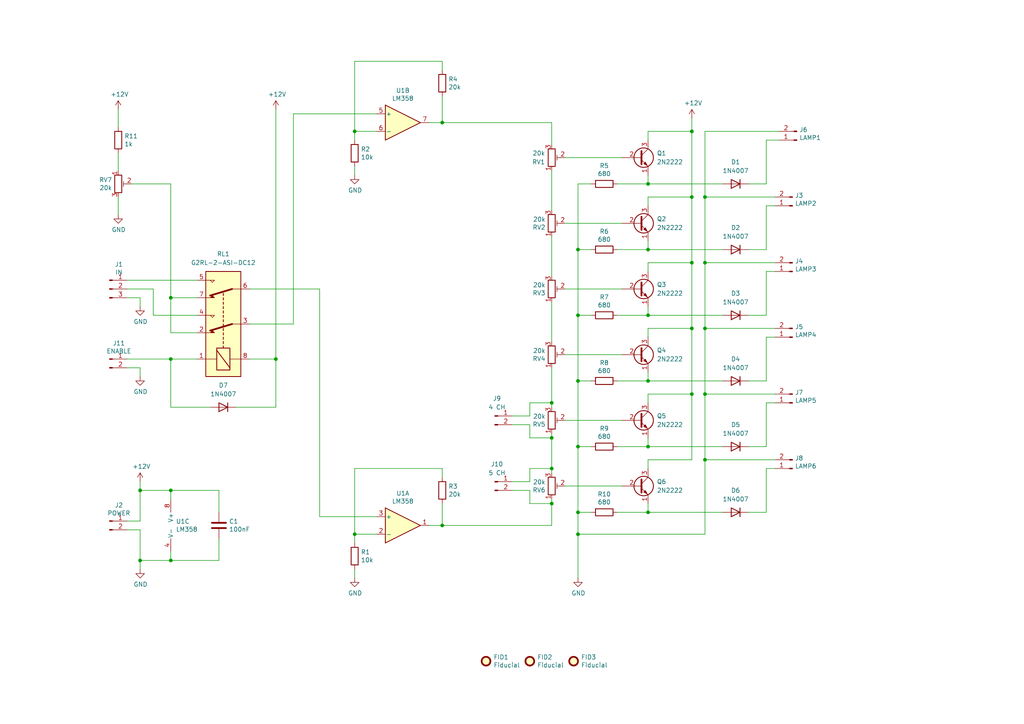
<source format=kicad_sch>
(kicad_sch (version 20211123) (generator eeschema)
  (paper "A4")
  (title_block (title "FADE LIGHT CONTROLLER") (date "2021-08-17") (rev "1.0.0") (company "POLYGON Team Ltd."))
  (lib_symbols
    (symbol "Amplifier_Operational:LM358" (pin_names (offset 0.127))
      (property "Reference" "U" (at 0 5.08 0))
      (property "Value" "LM358" (at 0 -5.08 0))
      (symbol "LM358_1_1"
        (polyline (pts (xy -5.08 5.08) (xy 5.08 0) (xy -5.08 -5.08) (xy -5.08 5.08)) (stroke (width 0.254)) (fill (type background)))
        (pin output line (at 7.62 0 180) (length 2.54) (name "~") (number "1"))
        (pin input line (at -7.62 -2.54 0) (length 2.54) (name "-") (number "2"))
        (pin input line (at -7.62 2.54 0) (length 2.54) (name "+") (number "3"))
      )
      (symbol "LM358_2_1"
        (polyline (pts (xy -5.08 5.08) (xy 5.08 0) (xy -5.08 -5.08) (xy -5.08 5.08)) (stroke (width 0.254)) (fill (type background)))
        (pin input line (at -7.62 2.54 0) (length 2.54) (name "+") (number "5"))
        (pin input line (at -7.62 -2.54 0) (length 2.54) (name "-") (number "6"))
        (pin output line (at 7.62 0 180) (length 2.54) (name "~") (number "7"))
      )
      (symbol "LM358_3_1"
        (pin power_in line (at -2.54 -7.62 90) (length 3.81) (name "V-") (number "4"))
        (pin power_in line (at -2.54 7.62 270) (length 3.81) (name "V+") (number "8"))
      )
    )
    (symbol "Connector:Conn_01x02_Male" (pin_names (offset 1.016) hide)
      (property "Reference" "J" (at 0 2.54 0))
      (property "Value" "Conn_01x02_Male" (at 0 -5.08 0))
      (symbol "Conn_01x02_Male_1_1"
        (polyline (pts (xy 1.27 -2.54) (xy 0.8636 -2.54)) (stroke (width 0.1524)))
        (polyline (pts (xy 1.27 0) (xy 0.8636 0)) (stroke (width 0.1524)))
        (rectangle (start 0.8636 -2.413) (end 0 -2.667) (stroke (width 0.1524)) (fill (type outline)))
        (rectangle (start 0.8636 0.127) (end 0 -0.127) (stroke (width 0.1524)) (fill (type outline)))
        (pin passive line (at 5.08 0 180) (length 3.81) (name "Pin_1") (number "1"))
        (pin passive line (at 5.08 -2.54 180) (length 3.81) (name "Pin_2") (number "2"))
      )
    )
    (symbol "Connector:Conn_01x03_Male" (pin_names (offset 1.016) hide)
      (property "Reference" "J" (at 0 5.08 0))
      (property "Value" "Conn_01x03_Male" (at 0 -5.08 0))
      (symbol "Conn_01x03_Male_1_1"
        (polyline (pts (xy 1.27 -2.54) (xy 0.8636 -2.54)) (stroke (width 0.1524)))
        (polyline (pts (xy 1.27 0) (xy 0.8636 0)) (stroke (width 0.1524)))
        (polyline (pts (xy 1.27 2.54) (xy 0.8636 2.54)) (stroke (width 0.1524)))
        (rectangle (start 0.8636 -2.413) (end 0 -2.667) (stroke (width 0.1524)) (fill (type outline)))
        (rectangle (start 0.8636 0.127) (end 0 -0.127) (stroke (width 0.1524)) (fill (type outline)))
        (rectangle (start 0.8636 2.667) (end 0 2.413) (stroke (width 0.1524)) (fill (type outline)))
        (pin passive line (at 5.08 2.54 180) (length 3.81) (name "Pin_1") (number "1"))
        (pin passive line (at 5.08 0 180) (length 3.81) (name "Pin_2") (number "2"))
        (pin passive line (at 5.08 -2.54 180) (length 3.81) (name "Pin_3") (number "3"))
      )
    )
    (symbol "Device:C" (pin_numbers hide) (pin_names (offset 0.254))
      (property "Reference" "C" (at 0.635 2.54 0))
      (property "Value" "C" (at 0.635 -2.54 0))
      (symbol "C_0_1"
        (polyline (pts (xy -2.032 -0.762) (xy 2.032 -0.762)) (stroke (width 0.508)))
        (polyline (pts (xy -2.032 0.762) (xy 2.032 0.762)) (stroke (width 0.508)))
      )
      (symbol "C_1_1"
        (pin passive line (at 0 3.81 270) (length 2.794) (name "~") (number "1"))
        (pin passive line (at 0 -3.81 90) (length 2.794) (name "~") (number "2"))
      )
    )
    (symbol "Device:Q_NPN_EBC" (pin_names (offset 0) hide)
      (property "Reference" "Q" (at 5.08 1.27 0))
      (property "Value" "Q_NPN_EBC" (at 5.08 -1.27 0))
      (symbol "Q_NPN_EBC_0_1"
        (polyline (pts (xy 0.635 0.635) (xy 2.54 2.54)))
        (polyline (pts (xy 0.635 -0.635) (xy 2.54 -2.54) (xy 2.54 -2.54)))
        (polyline (pts (xy 0.635 1.905) (xy 0.635 -1.905) (xy 0.635 -1.905)) (stroke (width 0.508)))
        (polyline (pts (xy 1.27 -1.778) (xy 1.778 -1.27) (xy 2.286 -2.286) (xy 1.27 -1.778) (xy 1.27 -1.778)) (fill (type outline)))
        (circle (center 1.27 0) (radius 2.8194) (stroke (width 0.254)))
      )
      (symbol "Q_NPN_EBC_1_1"
        (pin passive line (at 2.54 -5.08 90) (length 2.54) (name "E") (number "1"))
        (pin passive line (at -5.08 0 0) (length 5.715) (name "B") (number "2"))
        (pin passive line (at 2.54 5.08 270) (length 2.54) (name "C") (number "3"))
      )
    )
    (symbol "Device:R" (pin_numbers hide) (pin_names (offset 0))
      (property "Reference" "R" (at 2.032 0 90))
      (property "Value" "R" (at 0 0 90))
      (symbol "R_0_1"
        (rectangle (start -1.016 -2.54) (end 1.016 2.54) (stroke (width 0.254)))
      )
      (symbol "R_1_1"
        (pin passive line (at 0 3.81 270) (length 1.27) (name "~") (number "1"))
        (pin passive line (at 0 -3.81 90) (length 1.27) (name "~") (number "2"))
      )
    )
    (symbol "Diode:1N4007" (pin_numbers hide) (pin_names (offset 1.016) hide)
      (property "Reference" "D" (at 0 2.54 0))
      (property "Value" "1N4007" (at 0 -2.54 0))
      (symbol "1N4007_0_1"
        (polyline (pts (xy -1.27 1.27) (xy -1.27 -1.27)) (stroke (width 0.254)))
        (polyline (pts (xy 1.27 0) (xy -1.27 0)))
        (polyline (pts (xy 1.27 1.27) (xy 1.27 -1.27) (xy -1.27 0) (xy 1.27 1.27)) (stroke (width 0.254)))
      )
      (symbol "1N4007_1_1"
        (pin passive line (at -3.81 0 0) (length 2.54) (name "K") (number "1"))
        (pin passive line (at 3.81 0 180) (length 2.54) (name "A") (number "2"))
      )
    )
    (symbol "Lamls_Type3-rescue:R_POT_TRIM-Device" (pin_names (offset 1.016) hide)
      (property "Reference" "RV" (at -4.445 0 90))
      (property "Value" "R_POT_TRIM-Device" (at -2.54 0 90))
      (symbol "R_POT_TRIM-Device_0_1"
        (polyline (pts (xy 1.524 0.762) (xy 1.524 -0.762)))
        (polyline (pts (xy 2.54 0) (xy 1.524 0)))
        (rectangle (start 1.016 2.54) (end -1.016 -2.54) (stroke (width 0.254)))
      )
      (symbol "R_POT_TRIM-Device_1_1"
        (pin passive line (at 0 3.81 270) (length 1.27) (name "1") (number "1"))
        (pin passive line (at 3.81 0 180) (length 1.27) (name "2") (number "2"))
        (pin passive line (at 0 -3.81 90) (length 1.27) (name "3") (number "3"))
      )
    )
    (symbol "Mechanical:Fiducial"
      (property "Reference" "FID" (at 0 5.08 0))
      (property "Value" "Fiducial" (at 0 3.175 0))
      (symbol "Fiducial_0_1"
        (circle (center 0 0) (radius 1.27) (stroke (width 0.508)) (fill (type background)))
      )
    )
    (symbol "Relay:G2RL-2-ASI-DC12"
      (property "Reference" "RL" (at 16.51 3.81 0))
      (property "Value" "G2RL-2-ASI-DC12" (at 16.51 1.27 0))
      (symbol "G2RL-2-ASI-DC12_0_1"
        (rectangle (start -15.24 5.08) (end 15.24 -5.08) (stroke (width 0.254)) (fill (type background)))
        (rectangle (start -13.335 1.905) (end -6.985 -1.905) (stroke (width 0.254)))
        (polyline (pts (xy -12.7 -1.905) (xy -7.62 1.905)) (stroke (width 0.254)))
        (polyline (pts (xy -10.16 -5.08) (xy -10.16 -1.905)))
        (polyline (pts (xy -10.16 5.08) (xy -10.16 1.905)))
        (polyline (pts (xy -6.985 0) (xy -6.35 0)) (stroke (width 0.254)))
        (polyline (pts (xy -5.715 0) (xy -5.08 0)) (stroke (width 0.254)))
        (polyline (pts (xy -4.445 0) (xy -3.81 0)) (stroke (width 0.254)))
        (polyline (pts (xy -3.175 0) (xy -2.54 0)) (stroke (width 0.254)))
        (polyline (pts (xy -1.905 0) (xy -1.27 0)) (stroke (width 0.254)))
        (polyline (pts (xy -0.635 0) (xy 0 0)) (stroke (width 0.254)))
        (polyline (pts (xy 0 -2.54) (xy -1.905 3.81)) (stroke (width 0.508)))
        (polyline (pts (xy 0 -2.54) (xy 0 -5.08)))
        (polyline (pts (xy 0.635 0) (xy 1.27 0)) (stroke (width 0.254)))
        (polyline (pts (xy 1.905 0) (xy 2.54 0)) (stroke (width 0.254)))
        (polyline (pts (xy 3.175 0) (xy 3.81 0)) (stroke (width 0.254)))
        (polyline (pts (xy 4.445 0) (xy 5.08 0)) (stroke (width 0.254)))
        (polyline (pts (xy 5.715 0) (xy 6.35 0)) (stroke (width 0.254)))
        (polyline (pts (xy 6.985 0) (xy 7.62 0)) (stroke (width 0.254)))
        (polyline (pts (xy 8.255 0) (xy 8.89 0)) (stroke (width 0.254)))
        (polyline (pts (xy 10.16 -2.54) (xy 8.255 3.81)) (stroke (width 0.508)))
        (polyline (pts (xy 10.16 -2.54) (xy 10.16 -5.08)))
        (polyline (pts (xy -2.54 5.08) (xy -2.54 2.54) (xy -1.905 3.175) (xy -2.54 3.81)) (fill (type outline)))
        (polyline (pts (xy 2.54 5.08) (xy 2.54 2.54) (xy 1.905 3.175) (xy 2.54 3.81)))
        (polyline (pts (xy 7.62 5.08) (xy 7.62 2.54) (xy 8.255 3.175) (xy 7.62 3.81)) (fill (type outline)))
        (polyline (pts (xy 12.7 5.08) (xy 12.7 2.54) (xy 12.065 3.175) (xy 12.7 3.81)))
      )
      (symbol "G2RL-2-ASI-DC12_1_1"
        (pin passive line (at -10.16 7.62 270) (length 2.54) (name "~") (number "1"))
        (pin passive line (at -2.54 7.62 270) (length 2.54) (name "~") (number "2"))
        (pin passive line (at 0 -7.62 90) (length 2.54) (name "~") (number "3"))
        (pin passive line (at 2.54 7.62 270) (length 2.54) (name "~") (number "4"))
        (pin passive line (at 12.7 7.62 270) (length 2.54) (name "~") (number "5"))
        (pin passive line (at 10.16 -7.62 90) (length 2.54) (name "~") (number "6"))
        (pin passive line (at 7.62 7.62 270) (length 2.54) (name "~") (number "7"))
        (pin passive line (at -10.16 -7.62 90) (length 2.54) (name "~") (number "8"))
      )
    )
    (symbol "power:+12V" (power) (pin_names (offset 0))
      (property "Value" "+12V" (at 0 3.556 0))
      (symbol "+12V_0_1"
        (polyline (pts (xy -0.762 1.27) (xy 0 2.54)))
        (polyline (pts (xy 0 0) (xy 0 2.54)))
        (polyline (pts (xy 0 2.54) (xy 0.762 1.27)))
      )
      (symbol "+12V_1_1"
        (pin power_in line (at 0 0 90) (length 0) hide (name "+12V") (number "1"))
      )
    )
    (symbol "power:GND" (power) (pin_names (offset 0))
      (property "Value" "GND" (at 0 -3.81 0))
      (symbol "GND_0_1"
        (polyline (pts (xy 0 0) (xy 0 -1.27) (xy 1.27 -1.27) (xy 0 -2.54) (xy -1.27 -1.27) (xy 0 -1.27)))
      )
      (symbol "GND_1_1"
        (pin power_in line (at 0 0 270) (length 0) hide (name "GND") (number "1"))
      )
    )
  )
  (junction (at 200.66 114.3))
  (junction (at 204.47 95.25))
  (junction (at 200.66 57.15))
  (junction (at 80.01 104.14))
  (junction (at 160.02 146.05))
  (junction (at 187.96 129.54))
  (junction (at 160.02 116.84))
  (junction (at 204.47 57.15))
  (junction (at 40.64 162.56))
  (junction (at 167.64 148.59))
  (junction (at 49.53 86.36))
  (junction (at 167.64 129.54))
  (junction (at 167.64 72.39))
  (junction (at 204.47 114.3))
  (junction (at 40.64 142.24))
  (junction (at 49.53 142.24))
  (junction (at 187.96 110.49))
  (junction (at 160.02 135.89))
  (junction (at 102.87 38.1))
  (junction (at 200.66 76.2))
  (junction (at 187.96 53.34))
  (junction (at 204.47 133.35))
  (junction (at 102.87 154.94))
  (junction (at 49.53 104.14))
  (junction (at 200.66 95.25))
  (junction (at 187.96 72.39))
  (junction (at 167.64 110.49))
  (junction (at 187.96 91.44))
  (junction (at 49.53 162.56))
  (junction (at 128.27 152.4))
  (junction (at 128.27 35.56))
  (junction (at 200.66 38.1))
  (junction (at 160.02 127))
  (junction (at 167.64 91.44))
  (junction (at 204.47 76.2))
  (junction (at 167.64 154.94))
  (junction (at 187.96 148.59))
  (wire (pts (xy 222.25 110.49) (xy 222.25 97.79)))
  (wire (pts (xy 187.96 91.44) (xy 187.96 88.9)))
  (wire (pts (xy 85.09 33.02) (xy 109.22 33.02)))
  (wire (pts (xy 187.96 114.3) (xy 187.96 116.84)))
  (wire (pts (xy 102.87 38.1) (xy 109.22 38.1)))
  (wire (pts (xy 167.64 72.39) (xy 167.64 53.34)))
  (wire (pts (xy 128.27 152.4) (xy 128.27 146.05)))
  (wire (pts (xy 128.27 152.4) (xy 160.02 152.4)))
  (wire (pts (xy 124.46 35.56) (xy 128.27 35.56)))
  (wire (pts (xy 109.22 154.94) (xy 102.87 154.94)))
  (wire (pts (xy 102.87 154.94) (xy 102.87 135.89)))
  (wire (pts (xy 128.27 35.56) (xy 160.02 35.56)))
  (wire (pts (xy 128.27 17.78) (xy 102.87 17.78)))
  (wire (pts (xy 163.83 45.72) (xy 180.34 45.72)))
  (wire (pts (xy 153.67 127) (xy 160.02 127)))
  (wire (pts (xy 153.67 116.84) (xy 160.02 116.84)))
  (wire (pts (xy 167.64 154.94) (xy 167.64 148.59)))
  (wire (pts (xy 187.96 133.35) (xy 200.66 133.35)))
  (wire (pts (xy 171.45 72.39) (xy 167.64 72.39)))
  (wire (pts (xy 200.66 95.25) (xy 200.66 76.2)))
  (wire (pts (xy 148.59 142.24) (xy 153.67 142.24)))
  (wire (pts (xy 187.96 95.25) (xy 200.66 95.25)))
  (wire (pts (xy 49.53 104.14) (xy 57.15 104.14)))
  (wire (pts (xy 102.87 48.26) (xy 102.87 50.8)))
  (wire (pts (xy 222.25 91.44) (xy 222.25 78.74)))
  (wire (pts (xy 153.67 146.05) (xy 160.02 146.05)))
  (wire (pts (xy 187.96 53.34) (xy 209.55 53.34)))
  (wire (pts (xy 36.83 153.67) (xy 40.64 153.67)))
  (wire (pts (xy 102.87 167.64) (xy 102.87 165.1)))
  (wire (pts (xy 160.02 49.53) (xy 160.02 60.96)))
  (wire (pts (xy 80.01 31.75) (xy 80.01 104.14)))
  (wire (pts (xy 102.87 135.89) (xy 128.27 135.89)))
  (wire (pts (xy 187.96 135.89) (xy 187.96 133.35)))
  (wire (pts (xy 148.59 123.19) (xy 153.67 123.19)))
  (wire (pts (xy 179.07 91.44) (xy 187.96 91.44)))
  (wire (pts (xy 187.96 38.1) (xy 200.66 38.1)))
  (wire (pts (xy 167.64 91.44) (xy 167.64 72.39)))
  (wire (pts (xy 163.83 64.77) (xy 180.34 64.77)))
  (wire (pts (xy 222.25 116.84) (xy 224.79 116.84)))
  (wire (pts (xy 167.64 53.34) (xy 171.45 53.34)))
  (wire (pts (xy 171.45 129.54) (xy 167.64 129.54)))
  (wire (pts (xy 204.47 133.35) (xy 204.47 114.3)))
  (wire (pts (xy 200.66 76.2) (xy 187.96 76.2)))
  (wire (pts (xy 160.02 137.16) (xy 160.02 135.89)))
  (wire (pts (xy 49.53 86.36) (xy 57.15 86.36)))
  (wire (pts (xy 102.87 40.64) (xy 102.87 38.1)))
  (wire (pts (xy 160.02 68.58) (xy 160.02 80.01)))
  (wire (pts (xy 204.47 114.3) (xy 204.47 95.25)))
  (wire (pts (xy 160.02 116.84) (xy 160.02 118.11)))
  (wire (pts (xy 217.17 148.59) (xy 222.25 148.59)))
  (wire (pts (xy 36.83 83.82) (xy 44.45 83.82)))
  (wire (pts (xy 180.34 121.92) (xy 163.83 121.92)))
  (wire (pts (xy 187.96 91.44) (xy 209.55 91.44)))
  (wire (pts (xy 187.96 110.49) (xy 187.96 107.95)))
  (wire (pts (xy 204.47 154.94) (xy 167.64 154.94)))
  (wire (pts (xy 224.79 133.35) (xy 204.47 133.35)))
  (wire (pts (xy 40.64 165.1) (xy 40.64 162.56)))
  (wire (pts (xy 49.53 86.36) (xy 49.53 53.34)))
  (wire (pts (xy 102.87 17.78) (xy 102.87 38.1)))
  (wire (pts (xy 187.96 129.54) (xy 187.96 127)))
  (wire (pts (xy 167.64 129.54) (xy 167.64 148.59)))
  (wire (pts (xy 36.83 151.13) (xy 40.64 151.13)))
  (wire (pts (xy 160.02 152.4) (xy 160.02 146.05)))
  (wire (pts (xy 63.5 162.56) (xy 63.5 156.21)))
  (wire (pts (xy 187.96 129.54) (xy 209.55 129.54)))
  (wire (pts (xy 49.53 118.11) (xy 49.53 104.14)))
  (wire (pts (xy 160.02 135.89) (xy 160.02 127)))
  (wire (pts (xy 34.29 44.45) (xy 34.29 49.53)))
  (wire (pts (xy 160.02 35.56) (xy 160.02 41.91)))
  (wire (pts (xy 38.1 53.34) (xy 49.53 53.34)))
  (wire (pts (xy 217.17 110.49) (xy 222.25 110.49)))
  (wire (pts (xy 49.53 142.24) (xy 63.5 142.24)))
  (wire (pts (xy 217.17 91.44) (xy 222.25 91.44)))
  (wire (pts (xy 204.47 38.1) (xy 226.06 38.1)))
  (wire (pts (xy 187.96 40.64) (xy 187.96 38.1)))
  (wire (pts (xy 40.64 142.24) (xy 49.53 142.24)))
  (wire (pts (xy 187.96 72.39) (xy 187.96 69.85)))
  (wire (pts (xy 187.96 148.59) (xy 187.96 146.05)))
  (wire (pts (xy 171.45 91.44) (xy 167.64 91.44)))
  (wire (pts (xy 40.64 106.68) (xy 36.83 106.68)))
  (wire (pts (xy 224.79 76.2) (xy 204.47 76.2)))
  (wire (pts (xy 34.29 31.75) (xy 34.29 36.83)))
  (wire (pts (xy 163.83 140.97) (xy 180.34 140.97)))
  (wire (pts (xy 217.17 53.34) (xy 222.25 53.34)))
  (wire (pts (xy 187.96 76.2) (xy 187.96 78.74)))
  (wire (pts (xy 63.5 142.24) (xy 63.5 148.59)))
  (wire (pts (xy 167.64 110.49) (xy 167.64 91.44)))
  (wire (pts (xy 160.02 127) (xy 160.02 125.73)))
  (wire (pts (xy 167.64 110.49) (xy 167.64 129.54)))
  (wire (pts (xy 204.47 76.2) (xy 204.47 57.15)))
  (wire (pts (xy 224.79 114.3) (xy 204.47 114.3)))
  (wire (pts (xy 40.64 106.68) (xy 40.64 109.22)))
  (wire (pts (xy 187.96 110.49) (xy 209.55 110.49)))
  (wire (pts (xy 167.64 148.59) (xy 171.45 148.59)))
  (wire (pts (xy 222.25 135.89) (xy 224.79 135.89)))
  (wire (pts (xy 179.07 129.54) (xy 187.96 129.54)))
  (wire (pts (xy 92.71 83.82) (xy 92.71 149.86)))
  (wire (pts (xy 179.07 72.39) (xy 187.96 72.39)))
  (wire (pts (xy 36.83 86.36) (xy 40.64 86.36)))
  (wire (pts (xy 200.66 133.35) (xy 200.66 114.3)))
  (wire (pts (xy 200.66 114.3) (xy 187.96 114.3)))
  (wire (pts (xy 163.83 102.87) (xy 180.34 102.87)))
  (wire (pts (xy 222.25 148.59) (xy 222.25 135.89)))
  (wire (pts (xy 44.45 91.44) (xy 57.15 91.44)))
  (wire (pts (xy 40.64 153.67) (xy 40.64 162.56)))
  (wire (pts (xy 72.39 104.14) (xy 80.01 104.14)))
  (wire (pts (xy 187.96 72.39) (xy 209.55 72.39)))
  (wire (pts (xy 200.66 57.15) (xy 200.66 76.2)))
  (wire (pts (xy 36.83 81.28) (xy 57.15 81.28)))
  (wire (pts (xy 40.64 86.36) (xy 40.64 88.9)))
  (wire (pts (xy 160.02 99.06) (xy 160.02 87.63)))
  (wire (pts (xy 217.17 129.54) (xy 222.25 129.54)))
  (wire (pts (xy 148.59 120.65) (xy 153.67 120.65)))
  (wire (pts (xy 222.25 59.69) (xy 224.79 59.69)))
  (wire (pts (xy 128.27 20.32) (xy 128.27 17.78)))
  (wire (pts (xy 128.27 135.89) (xy 128.27 138.43)))
  (wire (pts (xy 187.96 148.59) (xy 209.55 148.59)))
  (wire (pts (xy 200.66 34.29) (xy 200.66 38.1)))
  (wire (pts (xy 204.47 95.25) (xy 204.47 76.2)))
  (wire (pts (xy 187.96 97.79) (xy 187.96 95.25)))
  (wire (pts (xy 187.96 53.34) (xy 187.96 50.8)))
  (wire (pts (xy 153.67 135.89) (xy 160.02 135.89)))
  (wire (pts (xy 224.79 57.15) (xy 204.47 57.15)))
  (wire (pts (xy 222.25 40.64) (xy 226.06 40.64)))
  (wire (pts (xy 49.53 162.56) (xy 49.53 160.02)))
  (wire (pts (xy 72.39 83.82) (xy 92.71 83.82)))
  (wire (pts (xy 68.58 118.11) (xy 80.01 118.11)))
  (wire (pts (xy 179.07 110.49) (xy 187.96 110.49)))
  (wire (pts (xy 222.25 78.74) (xy 224.79 78.74)))
  (wire (pts (xy 217.17 72.39) (xy 222.25 72.39)))
  (wire (pts (xy 57.15 96.52) (xy 49.53 96.52)))
  (wire (pts (xy 224.79 95.25) (xy 204.47 95.25)))
  (wire (pts (xy 80.01 118.11) (xy 80.01 104.14)))
  (wire (pts (xy 36.83 104.14) (xy 49.53 104.14)))
  (wire (pts (xy 49.53 96.52) (xy 49.53 86.36)))
  (wire (pts (xy 153.67 120.65) (xy 153.67 116.84)))
  (wire (pts (xy 85.09 33.02) (xy 85.09 93.98)))
  (wire (pts (xy 40.64 142.24) (xy 40.64 139.7)))
  (wire (pts (xy 92.71 149.86) (xy 109.22 149.86)))
  (wire (pts (xy 40.64 162.56) (xy 49.53 162.56)))
  (wire (pts (xy 60.96 118.11) (xy 49.53 118.11)))
  (wire (pts (xy 153.67 142.24) (xy 153.67 146.05)))
  (wire (pts (xy 40.64 151.13) (xy 40.64 142.24)))
  (wire (pts (xy 148.59 139.7) (xy 153.67 139.7)))
  (wire (pts (xy 34.29 57.15) (xy 34.29 62.23)))
  (wire (pts (xy 160.02 146.05) (xy 160.02 144.78)))
  (wire (pts (xy 153.67 123.19) (xy 153.67 127)))
  (wire (pts (xy 167.64 154.94) (xy 167.64 167.64)))
  (wire (pts (xy 222.25 129.54) (xy 222.25 116.84)))
  (wire (pts (xy 222.25 97.79) (xy 224.79 97.79)))
  (wire (pts (xy 153.67 139.7) (xy 153.67 135.89)))
  (wire (pts (xy 128.27 35.56) (xy 128.27 27.94)))
  (wire (pts (xy 200.66 95.25) (xy 200.66 114.3)))
  (wire (pts (xy 200.66 38.1) (xy 200.66 57.15)))
  (wire (pts (xy 180.34 83.82) (xy 163.83 83.82)))
  (wire (pts (xy 72.39 93.98) (xy 85.09 93.98)))
  (wire (pts (xy 187.96 59.69) (xy 187.96 57.15)))
  (wire (pts (xy 160.02 106.68) (xy 160.02 116.84)))
  (wire (pts (xy 222.25 53.34) (xy 222.25 40.64)))
  (wire (pts (xy 49.53 142.24) (xy 49.53 144.78)))
  (wire (pts (xy 124.46 152.4) (xy 128.27 152.4)))
  (wire (pts (xy 179.07 148.59) (xy 187.96 148.59)))
  (wire (pts (xy 44.45 83.82) (xy 44.45 91.44)))
  (wire (pts (xy 204.47 133.35) (xy 204.47 154.94)))
  (wire (pts (xy 204.47 57.15) (xy 204.47 38.1)))
  (wire (pts (xy 102.87 157.48) (xy 102.87 154.94)))
  (wire (pts (xy 49.53 162.56) (xy 63.5 162.56)))
  (wire (pts (xy 167.64 110.49) (xy 171.45 110.49)))
  (wire (pts (xy 179.07 53.34) (xy 187.96 53.34)))
  (wire (pts (xy 187.96 57.15) (xy 200.66 57.15)))
  (wire (pts (xy 222.25 72.39) (xy 222.25 59.69)))
  (symbol (lib_id "Device:R") (at 102.87 161.29 0) (unit 1)
    (property "Reference" "R1" (at 104.648 160.1216 0) (effects (justify left)))
    (property "Value" "10k" (at 104.648 162.433 0) (effects (justify left)))
    (property "Footprint" "Resistor_SMD:R_0805_2012Metric" (effects hide))
  )
  (symbol (lib_id "Device:R") (at 102.87 44.45 0) (unit 1)
    (property "Reference" "R2" (at 104.648 43.2816 0) (effects (justify left)))
    (property "Value" "10k" (at 104.648 45.593 0) (effects (justify left)))
    (property "Footprint" "Resistor_SMD:R_0805_2012Metric" (effects hide))
  )
  (symbol (lib_id "Device:R") (at 128.27 142.24 0) (unit 1)
    (property "Reference" "R3" (at 130.048 141.0716 0) (effects (justify left)))
    (property "Value" "20k" (at 130.048 143.383 0) (effects (justify left)))
    (property "Footprint" "Resistor_SMD:R_0805_2012Metric" (effects hide))
  )
  (symbol (lib_id "Device:R") (at 128.27 24.13 0) (unit 1)
    (property "Reference" "R4" (at 130.048 22.9616 0) (effects (justify left)))
    (property "Value" "20k" (at 130.048 25.273 0) (effects (justify left)))
    (property "Footprint" "Resistor_SMD:R_0805_2012Metric" (effects hide))
  )
  (symbol (lib_id "Lamls_Type3-rescue:R_POT_TRIM-Device") (at 160.02 45.72 0) (mirror x) (unit 1)
    (property "Reference" "RV1" (at 158.115 46.99 0) (effects (justify right)))
    (property "Value" "20k" (at 158.115 44.45 0) (effects (justify right)))
    (property "Footprint" "Potentiometer_THT:Potentiometer_ACP_CA9-V10_Vertical" (effects hide))
  )
  (symbol (lib_id "Lamls_Type3-rescue:R_POT_TRIM-Device") (at 160.02 83.82 0) (mirror x) (unit 1)
    (property "Reference" "RV3" (at 158.242 84.9884 0) (effects (justify right)))
    (property "Value" "20k" (at 158.242 82.677 0) (effects (justify right)))
    (property "Footprint" "Potentiometer_THT:Potentiometer_ACP_CA9-V10_Vertical" (effects hide))
  )
  (symbol (lib_id "Device:R") (at 175.26 53.34 270) (unit 1)
    (property "Reference" "R5" (at 175.26 48.0822 90))
    (property "Value" "680" (at 175.26 50.3936 90))
    (property "Footprint" "Resistor_SMD:R_0805_2012Metric" (effects hide))
  )
  (symbol (lib_id "Amplifier_Operational:LM358") (at 116.84 152.4 0) (unit 1)
    (property "Reference" "U1" (at 116.84 143.0782 0))
    (property "Value" "LM358" (at 116.84 145.3896 0))
    (property "Footprint" "Package_SO:SO-8_5.3x6.2mm_P1.27mm" (effects hide))
  )
  (symbol (lib_id "Amplifier_Operational:LM358") (at 116.84 35.56 0) (unit 2)
    (property "Reference" "U1" (at 116.84 26.2382 0))
    (property "Value" "LM358" (at 116.84 28.5496 0))
    (property "Footprint" "Package_SO:SO-8_5.3x6.2mm_P1.27mm" (effects hide))
  )
  (symbol (lib_id "Amplifier_Operational:LM358") (at 52.07 152.4 0) (unit 3)
    (property "Reference" "U1" (at 51.0032 151.2316 0) (effects (justify left)))
    (property "Value" "LM358" (at 51.0032 153.543 0) (effects (justify left)))
    (property "Footprint" "Package_SO:SO-8_5.3x6.2mm_P1.27mm" (effects hide))
  )
  (symbol (lib_id "Lamls_Type3-rescue:R_POT_TRIM-Device") (at 160.02 64.77 0) (mirror x) (unit 1)
    (property "Reference" "RV2" (at 158.242 65.9384 0) (effects (justify right)))
    (property "Value" "20k" (at 158.242 63.627 0) (effects (justify right)))
    (property "Footprint" "Potentiometer_THT:Potentiometer_ACP_CA9-V10_Vertical" (effects hide))
  )
  (symbol (lib_id "Lamls_Type3-rescue:R_POT_TRIM-Device") (at 160.02 102.87 0) (mirror x) (unit 1)
    (property "Reference" "RV4" (at 158.242 104.0384 0) (effects (justify right)))
    (property "Value" "20k" (at 158.242 101.727 0) (effects (justify right)))
    (property "Footprint" "Potentiometer_THT:Potentiometer_ACP_CA9-V10_Vertical" (effects hide))
  )
  (symbol (lib_id "Connector:Conn_01x02_Male") (at 231.14 40.64 180) (unit 1)
    (property "Reference" "J6" (at 231.8512 37.6428 0) (effects (justify right)))
    (property "Value" "LAMP1" (at 231.8512 39.9542 0) (effects (justify right)))
    (property "Footprint" "TerminalBlock_Phoenix:TerminalBlock_Phoenix_MKDS-1,5-2_1x02_P5.00mm_Horizontal" (effects hide))
  )
  (symbol (lib_id "Connector:Conn_01x02_Male") (at 229.87 59.69 180) (unit 1)
    (property "Reference" "J3" (at 230.5812 56.6928 0) (effects (justify right)))
    (property "Value" "LAMP2" (at 230.5812 59.0042 0) (effects (justify right)))
    (property "Footprint" "TerminalBlock_Phoenix:TerminalBlock_Phoenix_MKDS-1,5-2_1x02_P5.00mm_Horizontal" (effects hide))
  )
  (symbol (lib_id "Connector:Conn_01x02_Male") (at 229.87 78.74 180) (unit 1)
    (property "Reference" "J4" (at 230.5812 75.7428 0) (effects (justify right)))
    (property "Value" "LAMP3" (at 230.5812 78.0542 0) (effects (justify right)))
    (property "Footprint" "TerminalBlock_Phoenix:TerminalBlock_Phoenix_MKDS-1,5-2_1x02_P5.00mm_Horizontal" (effects hide))
  )
  (symbol (lib_id "Connector:Conn_01x02_Male") (at 229.87 97.79 180) (unit 1)
    (property "Reference" "J5" (at 230.5812 94.7928 0) (effects (justify right)))
    (property "Value" "LAMP4" (at 230.5812 97.1042 0) (effects (justify right)))
    (property "Footprint" "TerminalBlock_Phoenix:TerminalBlock_Phoenix_MKDS-1,5-2_1x02_P5.00mm_Horizontal" (effects hide))
  )
  (symbol (lib_id "power:GND") (at 167.64 167.64 0) (unit 1)
    (property "Reference" "#PWR06" (effects hide))
    (property "Value" "GND" (at 167.767 172.0342 0))
  )
  (symbol (lib_id "power:GND") (at 102.87 50.8 0) (unit 1)
    (property "Reference" "#PWR05" (effects hide))
    (property "Value" "GND" (at 102.997 55.1942 0))
  )
  (symbol (lib_id "power:GND") (at 102.87 167.64 0) (unit 1)
    (property "Reference" "#PWR04" (effects hide))
    (property "Value" "GND" (at 102.997 172.0342 0))
  )
  (symbol (lib_id "Connector:Conn_01x03_Male") (at 31.75 83.82 0) (unit 1)
    (property "Reference" "J1" (at 34.4932 76.6826 0))
    (property "Value" "IN" (at 34.4932 78.994 0))
    (property "Footprint" "TerminalBlock_Phoenix:TerminalBlock_Phoenix_MKDS-1,5-3_1x03_P5.00mm_Horizontal" (effects hide))
  )
  (symbol (lib_id "power:GND") (at 40.64 88.9 0) (unit 1)
    (property "Reference" "#PWR03" (effects hide))
    (property "Value" "GND" (at 40.767 93.2942 0))
  )
  (symbol (lib_id "Connector:Conn_01x02_Male") (at 31.75 151.13 0) (unit 1)
    (property "Reference" "J2" (at 34.4932 146.5326 0))
    (property "Value" "POWER" (at 34.4932 148.844 0))
    (property "Footprint" "TerminalBlock_Phoenix:TerminalBlock_Phoenix_MKDS-1,5-2_1x02_P5.00mm_Horizontal" (effects hide))
  )
  (symbol (lib_id "power:+12V") (at 40.64 139.7 0) (unit 1)
    (property "Reference" "#PWR01" (effects hide))
    (property "Value" "+12V" (at 41.021 135.3058 0))
  )
  (symbol (lib_id "power:GND") (at 40.64 165.1 0) (unit 1)
    (property "Reference" "#PWR02" (effects hide))
    (property "Value" "GND" (at 40.767 169.4942 0))
  )
  (symbol (lib_id "power:+12V") (at 200.66 34.29 0) (unit 1)
    (property "Reference" "#PWR07" (effects hide))
    (property "Value" "+12V" (at 201.041 29.8958 0))
  )
  (symbol (lib_id "Lamls_Type3-rescue:R_POT_TRIM-Device") (at 160.02 121.92 0) (mirror x) (unit 1)
    (property "Reference" "RV5" (at 158.242 123.0884 0) (effects (justify right)))
    (property "Value" "20k" (at 158.242 120.777 0) (effects (justify right)))
    (property "Footprint" "Potentiometer_THT:Potentiometer_ACP_CA9-V10_Vertical" (effects hide))
  )
  (symbol (lib_id "Lamls_Type3-rescue:R_POT_TRIM-Device") (at 160.02 140.97 0) (mirror x) (unit 1)
    (property "Reference" "RV6" (at 158.242 142.1384 0) (effects (justify right)))
    (property "Value" "20k" (at 158.242 139.827 0) (effects (justify right)))
    (property "Footprint" "Potentiometer_THT:Potentiometer_ACP_CA9-V10_Vertical" (effects hide))
  )
  (symbol (lib_id "Connector:Conn_01x02_Male") (at 229.87 116.84 180) (unit 1)
    (property "Reference" "J7" (at 230.5812 113.8428 0) (effects (justify right)))
    (property "Value" "LAMP5" (at 230.5812 116.1542 0) (effects (justify right)))
    (property "Footprint" "TerminalBlock_Phoenix:TerminalBlock_Phoenix_MKDS-1,5-2_1x02_P5.00mm_Horizontal" (effects hide))
  )
  (symbol (lib_id "Connector:Conn_01x02_Male") (at 229.87 135.89 180) (unit 1)
    (property "Reference" "J8" (at 230.5812 132.8928 0) (effects (justify right)))
    (property "Value" "LAMP6" (at 230.5812 135.2042 0) (effects (justify right)))
    (property "Footprint" "TerminalBlock_Phoenix:TerminalBlock_Phoenix_MKDS-1,5-2_1x02_P5.00mm_Horizontal" (effects hide))
  )
  (symbol (lib_id "Device:R") (at 175.26 72.39 270) (unit 1)
    (property "Reference" "R6" (at 175.26 67.1322 90))
    (property "Value" "680" (at 175.26 69.4436 90))
    (property "Footprint" "Resistor_SMD:R_0805_2012Metric" (effects hide))
  )
  (symbol (lib_id "Device:R") (at 175.26 91.44 270) (unit 1)
    (property "Reference" "R7" (at 175.26 86.1822 90))
    (property "Value" "680" (at 175.26 88.4936 90))
    (property "Footprint" "Resistor_SMD:R_0805_2012Metric" (effects hide))
  )
  (symbol (lib_id "Device:R") (at 175.26 110.49 270) (unit 1)
    (property "Reference" "R8" (at 175.26 105.2322 90))
    (property "Value" "680" (at 175.26 107.5436 90))
    (property "Footprint" "Resistor_SMD:R_0805_2012Metric" (effects hide))
  )
  (symbol (lib_id "Device:R") (at 175.26 129.54 270) (unit 1)
    (property "Reference" "R9" (at 175.26 124.2822 90))
    (property "Value" "680" (at 175.26 126.5936 90))
    (property "Footprint" "Resistor_SMD:R_0805_2012Metric" (effects hide))
  )
  (symbol (lib_id "Device:R") (at 175.26 148.59 270) (unit 1)
    (property "Reference" "R10" (at 175.26 143.3322 90))
    (property "Value" "680" (at 175.26 145.6436 90))
    (property "Footprint" "Resistor_SMD:R_0805_2012Metric" (effects hide))
  )
  (symbol (lib_id "Device:C") (at 63.5 152.4 0) (unit 1)
    (property "Reference" "C1" (at 66.421 151.2316 0) (effects (justify left)))
    (property "Value" "100nF" (at 66.421 153.543 0) (effects (justify left)))
    (property "Footprint" "Capacitor_SMD:C_0805_2012Metric" (effects hide))
  )
  (symbol (lib_id "Mechanical:Fiducial") (at 140.97 191.77 0) (unit 1)
    (property "Reference" "FID1" (at 143.129 190.6016 0) (effects (justify left)))
    (property "Value" "Fiducial" (at 143.129 192.913 0) (effects (justify left)))
    (property "Footprint" "Fiducial:Fiducial_0.5mm_Mask1.5mm" (effects hide))
  )
  (symbol (lib_id "Mechanical:Fiducial") (at 153.67 191.77 0) (unit 1)
    (property "Reference" "FID2" (at 155.829 190.6016 0) (effects (justify left)))
    (property "Value" "Fiducial" (at 155.829 192.913 0) (effects (justify left)))
    (property "Footprint" "Fiducial:Fiducial_0.5mm_Mask1.5mm" (effects hide))
  )
  (symbol (lib_id "Mechanical:Fiducial") (at 166.37 191.77 0) (unit 1)
    (property "Reference" "FID3" (at 168.529 190.6016 0) (effects (justify left)))
    (property "Value" "Fiducial" (at 168.529 192.913 0) (effects (justify left)))
    (property "Footprint" "Fiducial:Fiducial_0.5mm_Mask1.5mm" (effects hide))
  )
  (symbol (lib_id "Diode:1N4007") (at 213.36 72.39 180) (unit 1)
    (property "Reference" "D2" (at 213.36 66.04 0))
    (property "Value" "1N4007" (at 213.36 68.58 0))
    (property "Footprint" "Diode_SMD:D_SMA" (effects hide))
    (property "Datasheet" "http://www.vishay.com/docs/88503/1n4001.pdf" (effects hide))
  )
  (symbol (lib_id "Device:Q_NPN_EBC") (at 185.42 45.72 0) (unit 1)
    (property "Reference" "Q1" (at 190.5 44.4499 0) (effects (justify left)))
    (property "Value" "2N2222" (at 190.5 46.9899 0) (effects (justify left)))
    (property "Footprint" "Package_TO_SOT_THT:TO-92_Inline_Wide" (effects hide))
  )
  (symbol (lib_id "power:+12V") (at 34.29 31.75 0) (unit 1)
    (property "Reference" "#PWR08" (effects hide))
    (property "Value" "+12V" (at 34.671 27.3558 0))
  )
  (symbol (lib_id "Lamls_Type3-rescue:R_POT_TRIM-Device") (at 34.29 53.34 0) (unit 1)
    (property "Reference" "RV7" (at 32.512 52.1716 0) (effects (justify right)))
    (property "Value" "20k" (at 32.512 54.483 0) (effects (justify right)))
    (property "Footprint" "Potentiometer_THT:Potentiometer_ACP_CA9-V10_Vertical" (effects hide))
  )
  (symbol (lib_id "Connector:Conn_01x02_Male") (at 143.51 120.65 0) (unit 1)
    (property "Reference" "J9" (at 144.145 115.57 0))
    (property "Value" "4 CH" (at 144.145 118.11 0))
    (property "Footprint" "Connector_PinHeader_2.54mm:PinHeader_1x02_P2.54mm_Vertical" (effects hide))
  )
  (symbol (lib_id "Diode:1N4007") (at 213.36 129.54 180) (unit 1)
    (property "Reference" "D5" (at 213.36 123.19 0))
    (property "Value" "1N4007" (at 213.36 125.73 0))
    (property "Footprint" "Diode_SMD:D_SMA" (effects hide))
    (property "Datasheet" "http://www.vishay.com/docs/88503/1n4001.pdf" (effects hide))
  )
  (symbol (lib_id "power:GND") (at 40.64 109.22 0) (unit 1)
    (property "Reference" "#PWR010" (effects hide))
    (property "Value" "GND" (at 40.767 113.6142 0))
  )
  (symbol (lib_id "Diode:1N4007") (at 213.36 53.34 180) (unit 1)
    (property "Reference" "D1" (at 213.36 46.99 0))
    (property "Value" "1N4007" (at 213.36 49.53 0))
    (property "Footprint" "Diode_SMD:D_SMA" (effects hide))
    (property "Datasheet" "http://www.vishay.com/docs/88503/1n4001.pdf" (effects hide))
  )
  (symbol (lib_id "power:+12V") (at 80.01 31.75 0) (unit 1)
    (property "Reference" "#PWR011" (effects hide))
    (property "Value" "+12V" (at 80.391 27.3558 0))
  )
  (symbol (lib_id "Device:R") (at 34.29 40.64 0) (unit 1)
    (property "Reference" "R11" (at 36.068 39.4716 0) (effects (justify left)))
    (property "Value" "1k" (at 36.068 41.783 0) (effects (justify left)))
    (property "Footprint" "Resistor_SMD:R_0805_2012Metric" (effects hide))
  )
  (symbol (lib_id "Device:Q_NPN_EBC") (at 185.42 64.77 0) (unit 1)
    (property "Reference" "Q2" (at 190.5 63.4999 0) (effects (justify left)))
    (property "Value" "2N2222" (at 190.5 66.0399 0) (effects (justify left)))
    (property "Footprint" "Package_TO_SOT_THT:TO-92_Inline_Wide" (effects hide))
  )
  (symbol (lib_id "Diode:1N4007") (at 64.77 118.11 180) (unit 1)
    (property "Reference" "D7" (at 64.77 111.76 0))
    (property "Value" "1N4007" (at 64.77 114.3 0))
    (property "Footprint" "Diode_SMD:D_SMA" (effects hide))
    (property "Datasheet" "http://www.vishay.com/docs/88503/1n4001.pdf" (effects hide))
  )
  (symbol (lib_id "Device:Q_NPN_EBC") (at 185.42 121.92 0) (unit 1)
    (property "Reference" "Q5" (at 190.5 120.6499 0) (effects (justify left)))
    (property "Value" "2N2222" (at 190.5 123.1899 0) (effects (justify left)))
    (property "Footprint" "Package_TO_SOT_THT:TO-92_Inline_Wide" (effects hide))
  )
  (symbol (lib_id "Device:Q_NPN_EBC") (at 185.42 102.87 0) (unit 1)
    (property "Reference" "Q4" (at 190.5 101.5999 0) (effects (justify left)))
    (property "Value" "2N2222" (at 190.5 104.1399 0) (effects (justify left)))
    (property "Footprint" "Package_TO_SOT_THT:TO-92_Inline_Wide" (effects hide))
  )
  (symbol (lib_id "Device:Q_NPN_EBC") (at 185.42 83.82 0) (unit 1)
    (property "Reference" "Q3" (at 190.5 82.5499 0) (effects (justify left)))
    (property "Value" "2N2222" (at 190.5 85.0899 0) (effects (justify left)))
    (property "Footprint" "Package_TO_SOT_THT:TO-92_Inline_Wide" (effects hide))
  )
  (symbol (lib_id "Connector:Conn_01x02_Male") (at 143.51 139.7 0) (unit 1)
    (property "Reference" "J10" (at 144.145 134.62 0))
    (property "Value" "5 CH" (at 144.145 137.16 0))
    (property "Footprint" "Connector_PinHeader_2.54mm:PinHeader_1x02_P2.54mm_Vertical" (effects hide))
  )
  (symbol (lib_id "Diode:1N4007") (at 213.36 110.49 180) (unit 1)
    (property "Reference" "D4" (at 213.36 104.14 0))
    (property "Value" "1N4007" (at 213.36 106.68 0))
    (property "Footprint" "Diode_SMD:D_SMA" (effects hide))
    (property "Datasheet" "http://www.vishay.com/docs/88503/1n4001.pdf" (effects hide))
  )
  (symbol (lib_id "Diode:1N4007") (at 213.36 148.59 180) (unit 1)
    (property "Reference" "D6" (at 213.36 142.24 0))
    (property "Value" "1N4007" (at 213.36 144.78 0))
    (property "Footprint" "Diode_SMD:D_SMA" (effects hide))
    (property "Datasheet" "http://www.vishay.com/docs/88503/1n4001.pdf" (effects hide))
  )
  (symbol (lib_id "power:GND") (at 34.29 62.23 0) (unit 1)
    (property "Reference" "#PWR09" (effects hide))
    (property "Value" "GND" (at 34.417 66.6242 0))
  )
  (symbol (lib_id "Connector:Conn_01x02_Male") (at 31.75 104.14 0) (unit 1)
    (property "Reference" "J11" (at 34.4932 99.5426 0))
    (property "Value" "ENABLE" (at 34.4932 101.854 0))
    (property "Footprint" "TerminalBlock_Phoenix:TerminalBlock_Phoenix_MKDS-1,5-2_1x02_P5.00mm_Horizontal" (effects hide))
  )
  (symbol (lib_id "Device:Q_NPN_EBC") (at 185.42 140.97 0) (unit 1)
    (property "Reference" "Q6" (at 190.5 139.6999 0) (effects (justify left)))
    (property "Value" "2N2222" (at 190.5 142.2399 0) (effects (justify left)))
    (property "Footprint" "Package_TO_SOT_THT:TO-92_Inline_Wide" (effects hide))
  )
  (symbol (lib_id "Diode:1N4007") (at 213.36 91.44 180) (unit 1)
    (property "Reference" "D3" (at 213.36 85.09 0))
    (property "Value" "1N4007" (at 213.36 87.63 0))
    (property "Footprint" "Diode_SMD:D_SMA" (effects hide))
    (property "Datasheet" "http://www.vishay.com/docs/88503/1n4001.pdf" (effects hide))
  )
  (symbol (lib_id "Relay:G2RL-2-ASI-DC12") (at 64.77 93.98 90) (unit 1)
    (property "Reference" "RL1" (at 64.77 73.66 90))
    (property "Value" "G2RL-2-ASI-DC12" (at 64.77 76.2 90))
    (property "Footprint" "Relay_THT:Relay_DPDT_Omron_G2RL" (effects hide))
    (property "Datasheet" "https://omronfs.omron.com/en_US/ecb/products/pdf/en-g2rl.pdf" (effects hide))
  )
)
</source>
